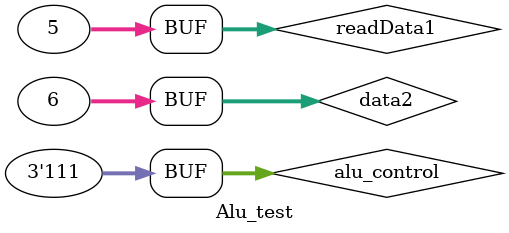
<source format=v>
`define DELAY 20
module Alu_test(); 
	reg [31:0]readData1,data2;
	reg [2:0] alu_control;
	wire [31:0]alu_res;
	wire zero;

	Alu fatb (alu_control,readData1,data2,alu_res,zero);

	initial begin
		alu_control=3'b000; 
		readData1=32'd5;
		data2=32'd5;
		#`DELAY;
		alu_control=3'b001; 
		readData1=32'd5;
		data2=32'd5;
		#`DELAY;
		alu_control=3'b010; 
		readData1=32'd5;
		data2=32'd5;
		#`DELAY;
		alu_control=3'b011; 
		readData1=32'd5;
		data2=32'd5;
		#`DELAY;
		alu_control=3'b100; 
		readData1=32'd5;
		data2=32'd5;
		#`DELAY;
		alu_control=3'b101; 
		readData1=32'd5;
		data2=32'd5;
		#`DELAY;
		alu_control=3'b110; 
		readData1=32'd5;
		data2=32'd5;
		#`DELAY;
		alu_control=3'b111; 
		readData1=32'd5;
		data2=32'd6;
		#`DELAY;
	end
 
 
	initial
		begin
			$monitor("time = %2d, alu_control=%3b , readData1 =%d, data2=%d, alu_res=%d , zero= %b", $time,alu_control,readData1, data2, alu_res,zero);
		end
 
endmodule
</source>
